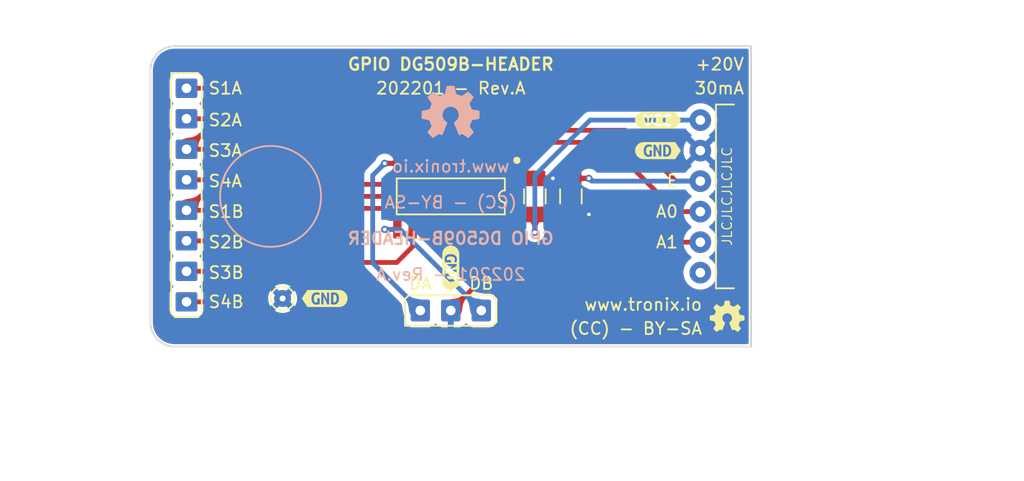
<source format=kicad_pcb>
(kicad_pcb (version 20221018) (generator pcbnew)
  (title_block (title "GPIO - DG509B-HEADER") (date "01/2022") (rev "A"))
  (layers (0 "F.Cu" signal) (31 "B.Cu" signal) (34 "B.Paste" user) (35 "F.Paste" user) (36 "B.SilkS" user "B.Silkscreen") (37 "F.SilkS" user "F.Silkscreen") (38 "B.Mask" user) (39 "F.Mask" user) (44 "Edge.Cuts" user))
  (net 0 "")
  (net 1 "GND")
  (net 2 "+VCC")
  (net 3 "Net-(U1-E)")
  (net 4 "Net-(U1-A0)")
  (net 5 "Net-(U1-A1)")
  (net 7 "Net-(U1-DA)")
  (net 8 "Net-(U1-DB)")
  (net 9 "Net-(K3-Pin_1)")
  (net 10 "Net-(K3-Pin_2)")
  (net 11 "Net-(K3-Pin_3)")
  (net 12 "Net-(K3-Pin_4)")
  (net 13 "Net-(K3-Pin_5)")
  (net 14 "Net-(K3-Pin_6)")
  (net 15 "Net-(K3-Pin_7)")
  (net 16 "Net-(K3-Pin_8)")
  (footprint "tronixio:OSHW-3MM" (layer "F.Cu") (at 172 73.5)
    (fp_text reference "G***" hide)
    (fp_text value "LOGO" hide)
  )
  (footprint "tronixio:HARWIN-M20-999034x" (layer "F.Cu") (at 146.46 73 90)
    (fp_text reference "K2" hide)
    (fp_text value "I/O")
    (pad "1" thru_hole roundrect (at 0 0 90) (size 1.8 1.6) (drill 0.8) (layers "*.Mask" "F.Cu" "In1.Cu" "B.Cu") (roundrect_rratio 0.1) (net 7 "Net-(U1-DA)"))
    (pad "2" thru_hole roundrect (at 0 2.54 90) (size 1.8 1.6) (drill 0.8) (layers "*.Mask" "F.Cu" "In1.Cu" "B.Cu") (roundrect_rratio 0.1) (net 1 "GND"))
    (pad "3" thru_hole roundrect (at 0 5.08 90) (size 1.8 1.6) (drill 0.8) (layers "*.Mask" "F.Cu" "In1.Cu" "B.Cu") (roundrect_rratio 0.1) (net 8 "Net-(U1-DB)"))
  )
  (footprint "tronixio:SOIC-16" (layer "F.Cu") (at 149 63.5 -90)
    (fp_text reference "U1" hide)
    (fp_text value "DG509BEY")
    (pad "1" smd roundrect (at -2.75 -4.445 270) (size 1.5 0.7) (layers "F.Cu" "F.Paste" "F.Mask") (roundrect_rratio 0.1) (net 4 "Net-(U1-A0)"))
    (pad "2" smd roundrect (at -2.75 -3.175 270) (size 1.5 0.7) (layers "F.Cu" "F.Paste" "F.Mask") (roundrect_rratio 0.1) (net 3 "Net-(U1-E)"))
    (pad "3" smd roundrect (at -2.75 -1.905 270) (size 1.5 0.7) (layers "F.Cu" "F.Paste" "F.Mask") (roundrect_rratio 0.1) (net 1 "GND"))
    (pad "4" smd roundrect (at -2.75 -0.635 270) (size 1.5 0.7) (layers "F.Cu" "F.Paste" "F.Mask") (roundrect_rratio 0.1) (net 9 "Net-(K3-Pin_1)"))
    (pad "5" smd roundrect (at -2.75 0.635 270) (size 1.5 0.7) (layers "F.Cu" "F.Paste" "F.Mask") (roundrect_rratio 0.1) (net 10 "Net-(K3-Pin_2)"))
    (pad "6" smd roundrect (at -2.75 1.905 270) (size 1.5 0.7) (layers "F.Cu" "F.Paste" "F.Mask") (roundrect_rratio 0.1) (net 11 "Net-(K3-Pin_3)"))
    (pad "7" smd roundrect (at -2.75 3.175 270) (size 1.5 0.7) (layers "F.Cu" "F.Paste" "F.Mask") (roundrect_rratio 0.1) (net 12 "Net-(K3-Pin_4)"))
    (pad "8" smd roundrect (at -2.75 4.445 270) (size 1.5 0.7) (layers "F.Cu" "F.Paste" "F.Mask") (roundrect_rratio 0.1) (net 7 "Net-(U1-DA)"))
    (pad "9" smd roundrect (at 2.75 4.445 270) (size 1.5 0.7) (layers "F.Cu" "F.Paste" "F.Mask") (roundrect_rratio 0.1) (net 8 "Net-(U1-DB)"))
    (pad "10" smd roundrect (at 2.75 3.175 270) (size 1.5 0.7) (layers "F.Cu" "F.Paste" "F.Mask") (roundrect_rratio 0.1) (net 16 "Net-(K3-Pin_8)"))
    (pad "11" smd roundrect (at 2.75 1.905 270) (size 1.5 0.7) (layers "F.Cu" "F.Paste" "F.Mask") (roundrect_rratio 0.1) (net 15 "Net-(K3-Pin_7)"))
    (pad "12" smd roundrect (at 2.75 0.635 270) (size 1.5 0.7) (layers "F.Cu" "F.Paste" "F.Mask") (roundrect_rratio 0.1) (net 14 "Net-(K3-Pin_6)"))
    (pad "13" smd roundrect (at 2.75 -0.635 270) (size 1.5 0.7) (layers "F.Cu" "F.Paste" "F.Mask") (roundrect_rratio 0.1) (net 13 "Net-(K3-Pin_5)"))
    (pad "14" smd roundrect (at 2.75 -1.905 270) (size 1.5 0.7) (layers "F.Cu" "F.Paste" "F.Mask") (roundrect_rratio 0.1) (net 2 "+VCC"))
    (pad "15" smd roundrect (at 2.75 -3.175 270) (size 1.5 0.7) (layers "F.Cu" "F.Paste" "F.Mask") (roundrect_rratio 0.1) (net 1 "GND"))
    (pad "16" smd roundrect (at 2.75 -4.445 270) (size 1.5 0.7) (layers "F.Cu" "F.Paste" "F.Mask") (roundrect_rratio 0.1) (net 5 "Net-(U1-A1)"))
  )
  (footprint "kibuzzard-62B2FE4D" (layer "F.Cu") (at 166.25 59.69)
    (fp_text reference "kibuzzard-62B2FE4D" hide)
    (fp_text value "G***" hide)
  )
  (footprint "tronixio:KEYSTONE-2000-3" (layer "F.Cu") (at 135 72)
    (fp_text reference "TP1" hide)
    (fp_text value "GND")
    (pad "1" thru_hole circle (at 0 0) (size 1.4 1.4) (drill 0.5) (layers "*.Cu" "*.Mask") (net 1 "GND"))
  )
  (footprint "tronixio:CAPACITOR-SMD-1206" (layer "F.Cu") (at 156 63.5 90)
    (fp_text reference "C1" hide)
    (fp_text value "100n")
    (pad "1" smd roundrect (at -1.5 0 90) (size 1.3 1.75) (layers "F.Cu" "F.Paste" "F.Mask") (roundrect_rratio 0.1) (net 2 "+VCC"))
    (pad "2" smd roundrect (at 1.5 0 90) (size 1.3 1.75) (layers "F.Cu" "F.Paste" "F.Mask") (roundrect_rratio 0.1) (net 1 "GND"))
  )
  (footprint "tronixio:HARWIN-M20-975064x" (layer "F.Cu") (at 169.773 57.15 -90)
    (fp_text reference "K1" hide)
    (fp_text value "GPIO IN")
    (pad "1" thru_hole circle (at 0 0 270) (size 1.8 1.8) (drill 0.8) (layers "*.Cu" "*.Mask") (net 2 "+VCC"))
    (pad "2" thru_hole circle (at 2.54 0 270) (size 1.8 1.8) (drill 0.8) (layers "*.Cu" "*.Mask") (net 1 "GND"))
    (pad "3" thru_hole circle (at 5.08 0 270) (size 1.8 1.8) (drill 0.8) (layers "*.Cu" "*.Mask") (net 3 "Net-(U1-E)"))
    (pad "4" thru_hole circle (at 7.62 0 270) (size 1.8 1.8) (drill 0.8) (layers "*.Cu" "*.Mask") (net 4 "Net-(U1-A0)"))
    (pad "5" thru_hole circle (at 10.16 0 270) (size 1.8 1.8) (drill 0.8) (layers "*.Cu" "*.Mask") (net 5 "Net-(U1-A1)"))
    (pad "6" thru_hole circle (at 12.7 0 270) (size 1.8 1.8) (drill 0.8) (layers "*.Cu" "*.Mask"))
  )
  (footprint "tronixio:RESISTOR-SMD-1206" (layer "F.Cu") (at 159 63.5 -90)
    (fp_text reference "R1" hide)
    (fp_text value "10K")
    (pad "1" smd roundrect (at -1.5 0 270) (size 1.3 1.75) (layers "F.Cu" "F.Paste" "F.Mask") (roundrect_rratio 0.1) (net 3 "Net-(U1-E)"))
    (pad "2" smd roundrect (at 1.5 0 270) (size 1.3 1.75) (layers "F.Cu" "F.Paste" "F.Mask") (roundrect_rratio 0.1) (net 1 "GND"))
  )
  (footprint "tronixio:HARWIN-M20-999084x" (layer "F.Cu") (at 127 54.5)
    (fp_text reference "K3" hide)
    (fp_text value "I/O")
    (pad "1" thru_hole roundrect (at 0 0) (size 1.8 1.6) (drill 0.8) (layers "*.Mask" "F.Cu" "In1.Cu" "B.Cu") (roundrect_rratio 0.1) (net 9 "Net-(K3-Pin_1)"))
    (pad "2" thru_hole roundrect (at 0 2.54) (size 1.8 1.6) (drill 0.8) (layers "*.Mask" "F.Cu" "In1.Cu" "B.Cu") (roundrect_rratio 0.1) (net 10 "Net-(K3-Pin_2)"))
    (pad "3" thru_hole roundrect (at 0 5.08) (size 1.8 1.6) (drill 0.8) (layers "*.Mask" "F.Cu" "In1.Cu" "B.Cu") (roundrect_rratio 0.1) (net 11 "Net-(K3-Pin_3)"))
    (pad "4" thru_hole roundrect (at 0 7.62) (size 1.8 1.6) (drill 0.8) (layers "*.Mask" "F.Cu" "In1.Cu" "B.Cu") (roundrect_rratio 0.1) (net 12 "Net-(K3-Pin_4)"))
    (pad "5" thru_hole roundrect (at 0 10.16) (size 1.8 1.6) (drill 0.8) (layers "*.Mask" "F.Cu" "In1.Cu" "B.Cu") (roundrect_rratio 0.1) (net 13 "Net-(K3-Pin_5)"))
    (pad "6" thru_hole roundrect (at 0 12.7) (size 1.8 1.6) (drill 0.8) (layers "*.Mask" "F.Cu" "In1.Cu" "B.Cu") (roundrect_rratio 0.1) (net 14 "Net-(K3-Pin_6)"))
    (pad "7" thru_hole roundrect (at 0 15.24) (size 1.8 1.6) (drill 0.8) (layers "*.Mask" "F.Cu" "In1.Cu" "B.Cu") (roundrect_rratio 0.1) (net 15 "Net-(K3-Pin_7)"))
    (pad "8" thru_hole roundrect (at 0 17.78) (size 1.8 1.6) (drill 0.8) (layers "*.Mask" "F.Cu" "In1.Cu" "B.Cu") (roundrect_rratio 0.1) (net 16 "Net-(K3-Pin_8)"))
  )
  (footprint "kibuzzard-63494C1C" (layer "F.Cu") (at 138.5 72)
    (fp_text reference "kibuzzard-63494C1C" hide)
    (fp_text value "G***" hide)
  )
  (footprint "kibuzzard-62B2FE4D" (layer "F.Cu") (at 149 69.5 -90)
    (fp_text reference "kibuzzard-62B2FE4D" hide)
    (fp_text value "G***" hide)
  )
  (footprint "kibuzzard-62B2FE3C" (layer "F.Cu") (at 166.25 57.15)
    (fp_text reference "kibuzzard-62B2FE3C" hide)
    (fp_text value "G***" hide)
  )
  (footprint "tronixio:OSHW-5MM" (layer "B.Cu") (at 149 56.5 180)
    (fp_text reference "GT" hide)
    (fp_text value "LOGO" hide)
  )
  (footprint "tronixio:3M-SJ5376" (layer "B.Cu") (at 134 63.5 180)
    (fp_text reference "U2" hide)
    (fp_text value "3M-SJ5376" hide)
  )
  (gr_circle (center 154.5 60.5) (end 154.75 60.5) (stroke (width 0.1)) (fill solid) (layer "F.SilkS"))
  (gr_line (start 174 51) (end 126 51) (stroke (width 0.15)) (layer "Edge.Cuts"))
  (gr_line (start 124 53) (end 124 74) (stroke (width 0.15)) (layer "Edge.Cuts"))
  (gr_line (start 126 76) (end 174 76) (stroke (width 0.15)) (layer "Edge.Cuts"))
  (gr_arc (start 124 53) (mid 124.585786 51.585786) (end 126 51) (stroke (width 0.15)) (layer "Edge.Cuts"))
  (gr_line (start 174 76) (end 174 51) (stroke (width 0.15)) (layer "Edge.Cuts"))
  (gr_arc (start 126 76) (mid 124.585786 75.414214) (end 124 74) (stroke (width 0.15)) (layer "Edge.Cuts"))
  (gr_text "www.tronix.io" (at 149 61) (layer "B.SilkS") (effects (font (size 1 1)) (justify mirror)))
  (gr_text "202201 - Rev.A" (at 149 70) (layer "B.SilkS") (effects (font (size 1 1)) (justify mirror)))
  (gr_text "GPIO DG509B-HEADER" (at 149 67) (layer "B.SilkS") (effects (font (size 1 1) (thickness 0.2)) (justify mirror)))
  (gr_text "(CC) - BY-SA" (at 149 64) (layer "B.SilkS") (effects (font (size 1 1)) (justify mirror)))
  (gr_text "E" (at 168 62.23) (layer "F.SilkS") (effects (font (size 1 1)) (justify right)))
  (gr_text "(CC) - BY-SA" (at 170 74.5) (layer "F.SilkS") (effects (font (size 1 1)) (justify right)))
  (gr_text "JLCJLCJLCJLC" (at 172 63.5 90) (layer "F.SilkS") (effects (font (size 0.8 0.8) (thickness 0.1))))
  (gr_text "S2A" (at 128.75 57.15) (layer "F.SilkS") (effects (font (size 1 1)) (justify left)))
  (gr_text "S4B" (at 128.75 72.28) (layer "F.SilkS") (effects (font (size 1 1)) (justify left)))
  (gr_text "S1B" (at 128.75 64.77) (layer "F.SilkS") (effects (font (size 1 1)) (justify left)))
  (gr_text "DB" (at 151.54 70.75) (layer "F.SilkS") (effects (font (size 1 1))))
  (gr_text "DA" (at 146.46 70.75) (layer "F.SilkS") (effects (font (size 1 1))))
  (gr_text "S4A" (at 128.75 62.23) (layer "F.SilkS") (effects (font (size 1 1)) (justify left)))
  (gr_text "202201 - Rev.A" (at 149 54.5) (layer "F.SilkS") (effects (font (size 1 1))))
  (gr_text "+20V" (at 173.5 52.5) (layer "F.SilkS") (effects (font (size 1 1)) (justify right)))
  (gr_text "GPIO DG509B-HEADER" (at 149 52.5) (layer "F.SilkS") (effects (font (size 1 1) (thickness 0.2))))
  (gr_text "S2B" (at 128.75 67.31) (layer "F.SilkS") (effects (font (size 1 1)) (justify left)))
  (gr_text "A0" (at 168 64.77) (layer "F.SilkS") (effects (font (size 1 1)) (justify right)))
  (gr_text "www.tronix.io" (at 170 72.5) (layer "F.SilkS") (effects (font (size 1 1)) (justify right)))
  (gr_text "S3A" (at 128.75 59.69) (layer "F.SilkS") (effects (font (size 1 1)) (justify left)))
  (gr_text "A1" (at 168 67.31) (layer "F.SilkS") (effects (font (size 1 1)) (justify right)))
  (gr_text "S1A" (at 128.75 54.5) (layer "F.SilkS") (effects (font (size 1 1)) (justify left)))
  (gr_text "S3B" (at 128.75 69.85) (layer "F.SilkS") (effects (font (size 1 1)) (justify left)))
  (gr_text "30mA" (at 173.5 54.5) (layer "F.SilkS") (effects (font (size 1 1)) (justify right)))
  (segment (start 154 62.5) (end 154.5 62) (width 0.4) (layer "F.Cu") (net 1))
  (segment (start 150.905 61.905) (end 151.5 62.5) (width 0.4) (layer "F.Cu") (net 1))
  (segment (start 159 65) (end 160.5 65) (width 0.4) (layer "F.Cu") (net 1))
  (segment (start 149 73) (end 152.175 69.825) (width 0.4) (layer "F.Cu") (net 1))
  (segment (start 154.5 62) (end 156 62) (width 0.4) (layer "F.Cu") (net 1))
  (segment (start 150.905 60.75) (end 150.905 61.905) (width 0.4) (layer "F.Cu") (net 1))
  (segment (start 157.5 62) (end 156 62) (width 0.4) (layer "F.Cu") (net 1))
  (segment (start 152.175 69.825) (end 152.175 66.25) (width 0.4) (layer "F.Cu") (net 1))
  (segment (start 151.5 62.5) (end 154 62.5) (width 0.4) (layer "F.Cu") (net 1))
  (via (at 160.5 65) (size 0.6) (drill 0.3) (layers "F.Cu" "B.Cu") (net 1))
  (via (at 157.5 62) (size 0.6) (drill 0.3) (layers "F.Cu" "B.Cu") (net 1))
  (segment (start 154 64.5) (end 154.5 65) (width 0.4) (layer "F.Cu") (net 2))
  (segment (start 156 66.5) (end 156 65) (width 0.4) (layer "F.Cu") (net 2))
  (segment (start 150.905 65) (end 151.405 64.5) (width 0.4) (layer "F.Cu") (net 2))
  (segment (start 150.905 66.25) (end 150.905 65) (width 0.4) (layer "F.Cu") (net 2))
  (segment (start 151.405 64.5) (end 154 64.5) (width 0.4) (layer "F.Cu") (net 2))
  (segment (start 154.5 65) (end 156 65) (width 0.4) (layer "F.Cu") (net 2))
  (via (at 156 66.5) (size 0.6) (drill 0.3) (layers "F.Cu" "B.Cu") (net 2))
  (segment (start 160.6 57.15) (end 156 61.75) (width 0.4) (layer "B.Cu") (net 2))
  (segment (start 156 61.75) (end 156 66.5) (width 0.4) (layer "B.Cu") (net 2))
  (segment (start 169.773 57.15) (end 160.6 57.15) (width 0.4) (layer "B.Cu") (net 2))
  (segment (start 159 62) (end 160.5 62) (width 0.4) (layer "F.Cu") (net 3))
  (segment (start 152.175 59.325) (end 152.175 60.75) (width 0.4) (layer "F.Cu") (net 3))
  (segment (start 163.5 58) (end 153.5 58) (width 0.4) (layer "F.Cu") (net 3))
  (segment (start 167.73 62.23) (end 163.5 58) (width 0.4) (layer "F.Cu") (net 3))
  (segment (start 153.5 58) (end 152.175 59.325) (width 0.4) (layer "F.Cu") (net 3))
  (segment (start 169.773 62.23) (end 167.73 62.23) (width 0.4) (layer "F.Cu") (net 3))
  (via (at 160.5 62) (size 0.6) (drill 0.3) (layers "F.Cu" "B.Cu") (net 3))
  (segment (start 169.773 62.23) (end 160.73 62.23) (width 0.4) (layer "B.Cu") (net 3))
  (segment (start 160.73 62.23) (end 160.5 62) (width 0.4) (layer "B.Cu") (net 3))
  (segment (start 162 59) (end 154 59) (width 0.4) (layer "F.Cu") (net 4))
  (segment (start 153.445 59.555) (end 153.445 60.75) (width 0.4) (layer "F.Cu") (net 4))
  (segment (start 167.77 64.77) (end 162 59) (width 0.4) (layer "F.Cu") (net 4))
  (segment (start 154 59) (end 153.445 59.555) (width 0.4) (layer "F.Cu") (net 4))
  (segment (start 169.773 64.77) (end 167.77 64.77) (width 0.4) (layer "F.Cu") (net 4))
  (segment (start 156.5 68) (end 154 68) (width 0.4) (layer "F.Cu") (net 5))
  (segment (start 157.19 67.31) (end 156.5 68) (width 0.4) (layer "F.Cu") (net 5))
  (segment (start 169.773 67.31) (end 157.19 67.31) (width 0.4) (layer "F.Cu") (net 5))
  (segment (start 153.445 67.445) (end 153.445 66.25) (width 0.4) (layer "F.Cu") (net 5))
  (segment (start 154 68) (end 153.445 67.445) (width 0.4) (layer "F.Cu") (net 5))
  (segment (start 144.555 60.75) (end 143.5 60.75) (width 0.4) (layer "F.Cu") (net 7))
  (via (at 143.5 60.75) (size 0.6) (drill 0.3) (layers "F.Cu" "B.Cu") (net 7))
  (segment (start 143.5 60.75) (end 142.5 61.75) (width 0.4) (layer "B.Cu") (net 7))
  (segment (start 142.5 69.04) (end 146.46 73) (width 0.4) (layer "B.Cu") (net 7))
  (segment (start 142.5 61.75) (end 142.5 69.04) (width 0.4) (layer "B.Cu") (net 7))
  (segment (start 144.555 66.25) (end 143.5 66.25) (width 0.4) (layer "F.Cu") (net 8))
  (via (at 143.5 66.25) (size 0.6) (drill 0.3) (layers "F.Cu" "B.Cu") (net 8))
  (segment (start 144.79 66.25) (end 151.54 73) (width 0.4) (layer "B.Cu") (net 8))
  (segment (start 143.5 66.25) (end 144.79 66.25) (width 0.4) (layer "B.Cu") (net 8))
  (segment (start 127 54.5) (end 145 54.5) (width 0.4) (layer "F.Cu") (net 9))
  (segment (start 149.635 59.135) (end 149.635 60.75) (width 0.4) (layer "F.Cu") (net 9))
  (segment (start 145 54.5) (end 149.635 59.135) (width 0.4) (layer "F.Cu") (net 9))
  (segment (start 145 56) (end 148.365 59.365) (width 0.4) (layer "F.Cu") (net 10))
  (segment (start 127 57.04) (end 128.96 57.04) (width 0.4) (layer "F.Cu") (net 10))
  (segment (start 128.96 57.04) (end 130 56) (width 0.4) (layer "F.Cu") (net 10))
  (segment (start 148.365 59.365) (end 148.365 60.75) (width 0.4) (layer "F.Cu") (net 10))
  (segment (start 130 56) (end 145 56) (width 0.4) (layer "F.Cu") (net 10))
  (segment (start 131 57.5) (end 145 57.5) (width 0.4) (layer "F.Cu") (net 11))
  (segment (start 127 59.58) (end 128.92 59.58) (width 0.4) (layer "F.Cu") (net 11))
  (segment (start 128.92 59.58) (end 131 57.5) (width 0.4) (layer "F.Cu") (net 11))
  (segment (start 145 57.5) (end 147.095 59.595) (width 0.4) (layer "F.Cu") (net 11))
  (segment (start 147.095 59.595) (end 147.095 60.75) (width 0.4) (layer "F.Cu") (net 11))
  (segment (start 128.88 62.12) (end 132.5 58.5) (width 0.4) (layer "F.Cu") (net 12))
  (segment (start 127 62.12) (end 128.88 62.12) (width 0.4) (layer "F.Cu") (net 12))
  (segment (start 132.5 58.5) (end 144.5 58.5) (width 0.4) (layer "F.Cu") (net 12))
  (segment (start 144.5 58.5) (end 145.825 59.825) (width 0.4) (layer "F.Cu") (net 12))
  (segment (start 145.825 59.825) (end 145.825 60.75) (width 0.4) (layer "F.Cu") (net 12))
  (segment (start 131 62.5) (end 147.5 62.5) (width 0.4) (layer "F.Cu") (net 13))
  (segment (start 128.84 64.66) (end 131 62.5) (width 0.4) (layer "F.Cu") (net 13))
  (segment (start 127 64.66) (end 128.84 64.66) (width 0.4) (layer "F.Cu") (net 13))
  (segment (start 147.5 62.5) (end 149.635 64.635) (width 0.4) (layer "F.Cu") (net 13))
  (segment (start 149.635 64.635) (end 149.635 66.25) (width 0.4) (layer "F.Cu") (net 13))
  (segment (start 132.5 63.5) (end 128.8 67.2) (width 0.4) (layer "F.Cu") (net 14))
  (segment (start 147 63.5) (end 132.5 63.5) (width 0.4) (layer "F.Cu") (net 14))
  (segment (start 148.365 64.865) (end 147 63.5) (width 0.4) (layer "F.Cu") (net 14))
  (segment (start 148.365 66.25) (end 148.365 64.865) (width 0.4) (layer "F.Cu") (net 14))
  (segment (start 128.8 67.2) (end 127 67.2) (width 0.4) (layer "F.Cu") (net 14))
  (segment (start 128.76 69.74) (end 134 64.5) (width 0.4) (layer "F.Cu") (net 15))
  (segment (start 146.5 64.5) (end 147.095 65.095) (width 0.4) (layer "F.Cu") (net 15))
  (segment (start 134 64.5) (end 146.5 64.5) (width 0.4) (layer "F.Cu") (net 15))
  (segment (start 147.095 65.095) (end 147.095 66.25) (width 0.4) (layer "F.Cu") (net 15))
  (segment (start 127 69.74) (end 128.76 69.74) (width 0.4) (layer "F.Cu") (net 15))
  (segment (start 144.5 69) (end 145.825 67.675) (width 0.4) (layer "F.Cu") (net 16))
  (segment (start 127 72.28) (end 128.72 72.28) (width 0.4) (layer "F.Cu") (net 16))
  (segment (start 132 69) (end 144.5 69) (width 0.4) (layer "F.Cu") (net 16))
  (segment (start 128.72 72.28) (end 132 69) (width 0.4) (layer "F.Cu") (net 16))
  (segment (start 145.825 67.675) (end 145.825 66.25) (width 0.4) (layer "F.Cu") (net 16))
  (zone (net 13) (net_name "Net-(K3-Pin_5)") (layer "F.Cu") (priority 16962) (connect_pads yes (clearance 0)) (min_thickness 0.0254) (fill yes (thermal_gap 0.508) (thermal_bridge_width 0.508))
    (polygon (pts (xy 128.124299 63.252858) (xy 127.970476 63.393584) (xy 127.829868 63.496893) (xy 127.698507 63.569728) (xy 127.572425 63.619038) (xy 127.447656 63.651768) (xy 127.320232 63.674864) (xy 127.186186 63.695274) (xy 127.041551 63.719943) (xy 126.882359 63.755818) (xy 126.704643 63.809845) (xy 126.681802 64.978198) (xy 127.850155 64.955357) (xy 127.904181 64.77764) (xy 127.940056 64.618448) (xy 127.964725 64.473813) (xy 127.985135 64.339767) (xy 128.008231 64.212343) (xy 128.040961 64.087574) (xy 128.090271 63.961492) (xy 128.163106 63.830131) (xy 128.266415 63.689523) (xy 128.407142 63.535701)))
  )
  (zone (net 1) (net_name "GND") (layer "F.Cu") (priority 16962) (connect_pads yes (clearance 0)) (min_thickness 0.0254) (fill yes (thermal_gap 0.508) (thermal_bridge_width 0.508))
    (polygon (pts (xy 152.375 66.94) (xy 152.37574 66.863294) (xy 152.378143 66.796785) (xy 152.382483 66.738562) (xy 152.389031 66.686715) (xy 152.398062 66.639334) (xy 152.409847 66.594509) (xy 152.424661 66.550329) (xy 152.442775 66.504885) (xy 152.464464 66.456265) (xy 152.49 66.402561) (xy 152.175 66.075) (xy 151.86 66.402561) (xy 151.885535 66.456265) (xy 151.907224 66.504885) (xy 151.925338 66.550329) (xy 151.940152 66.594509) (xy 151.951937 66.639334) (xy 151.960968 66.686715) (xy 151.967516 66.738562) (xy 151.971856 66.796785) (xy 151.974259 66.863294) (xy 151.975 66.94)))
  )
  (zone (net 16) (net_name "Net-(K3-Pin_8)") (layer "F.Cu") (priority 16962) (connect_pads yes (clearance 0)) (min_thickness 0.0254) (fill yes (thermal_gap 0.508) (thermal_bridge_width 0.508))
    (polygon (pts (xy 146.025 66.94) (xy 146.02574 66.863294) (xy 146.028143 66.796785) (xy 146.032483 66.738562) (xy 146.039031 66.686715) (xy 146.048062 66.639334) (xy 146.059847 66.594509) (xy 146.074661 66.550329) (xy 146.092775 66.504885) (xy 146.114464 66.456265) (xy 146.14 66.402561) (xy 145.825 66.075) (xy 145.51 66.402561) (xy 145.535535 66.456265) (xy 145.557224 66.504885) (xy 145.575338 66.550329) (xy 145.590152 66.594509) (xy 145.601937 66.639334) (xy 145.610968 66.686715) (xy 145.617516 66.738562) (xy 145.621856 66.796785) (xy 145.624259 66.863294) (xy 145.625 66.94)))
  )
  (zone (net 11) (net_name "Net-(K3-Pin_3)") (layer "F.Cu") (priority 16962) (connect_pads yes (clearance 0)) (min_thickness 0.0254) (fill yes (thermal_gap 0.508) (thermal_bridge_width 0.508))
    (polygon (pts (xy 146.895 60.06) (xy 146.894259 60.136705) (xy 146.891856 60.203214) (xy 146.887516 60.261437) (xy 146.880968 60.313284) (xy 146.871937 60.360665) (xy 146.860152 60.40549) (xy 146.845338 60.44967) (xy 146.827224 60.495114) (xy 146.805535 60.543734) (xy 146.78 60.597439) (xy 147.095 60.925) (xy 147.41 60.597439) (xy 147.384464 60.543734) (xy 147.362775 60.495114) (xy 147.344661 60.44967) (xy 147.329847 60.40549) (xy 147.318062 60.360665) (xy 147.309031 60.313284) (xy 147.302483 60.261437) (xy 147.298143 60.203214) (xy 147.29574 60.136705) (xy 147.295 60.06)))
  )
  (zone (net 2) (net_name "+VCC") (layer "F.Cu") (priority 16962) (connect_pads yes (clearance 0)) (min_thickness 0.0254) (fill yes (thermal_gap 0.508) (thermal_bridge_width 0.508))
    (polygon (pts (xy 154.71 65.2) (xy 154.857933 65.205353) (xy 154.981793 65.220747) (xy 155.086667 65.245177) (xy 155.177644 65.277641) (xy 155.259815 65.317137) (xy 155.338267 65.362662) (xy 155.41809 65.413213) (xy 155.504372 65.467788) (xy 155.602203 65.525384) (xy 155.716672 65.585) (xy 156.325 65) (xy 155.716672 64.415) (xy 155.602203 64.474615) (xy 155.504372 64.532211) (xy 155.41809 64.586786) (xy 155.338267 64.637337) (xy 155.259815 64.682862) (xy 155.177644 64.722358) (xy 155.086667 64.754822) (xy 154.981793 64.779252) (xy 154.857933 64.794646) (xy 154.71 64.8)))
  )
  (zone (net 2) (net_name "+VCC") (layer "F.Cu") (priority 16962) (connect_pads yes (clearance 0)) (min_thickness 0.0254) (fill yes (thermal_gap 0.508) (thermal_bridge_width 0.508))
    (polygon (pts (xy 150.705 65.56) (xy 150.704259 65.636705) (xy 150.701856 65.703214) (xy 150.697516 65.761437) (xy 150.690968 65.813284) (xy 150.681937 65.860665) (xy 150.670152 65.90549) (xy 150.655338 65.94967) (xy 150.637224 65.995114) (xy 150.615535 66.043734) (xy 150.59 66.097439) (xy 150.905 66.425) (xy 151.22 66.097439) (xy 151.194464 66.043734) (xy 151.172775 65.995114) (xy 151.154661 65.94967) (xy 151.139847 65.90549) (xy 151.128062 65.860665) (xy 151.119031 65.813284) (xy 151.112483 65.761437) (xy 151.108143 65.703214) (xy 151.10574 65.636705) (xy 151.105 65.56)))
  )
  (zone (net 9) (net_name "Net-(K3-Pin_1)") (layer "F.Cu") (priority 16962) (connect_pads yes (clearance 0)) (min_thickness 0.0254) (fill yes (thermal_gap 0.508) (thermal_bridge_width 0.508))
    (polygon (pts (xy 149.435 60.06) (xy 149.434259 60.136705) (xy 149.431856 60.203214) (xy 149.427516 60.261437) (xy 149.420968 60.313284) (xy 149.411937 60.360665) (xy 149.400152 60.40549) (xy 149.385338 60.44967) (xy 149.367224 60.495114) (xy 149.345535 60.543734) (xy 149.32 60.597439) (xy 149.635 60.925) (xy 149.95 60.597439) (xy 149.924464 60.543734) (xy 149.902775 60.495114) (xy 149.884661 60.44967) (xy 149.869847 60.40549) (xy 149.858062 60.360665) (xy 149.849031 60.313284) (xy 149.842483 60.261437) (xy 149.838143 60.203214) (xy 149.83574 60.136705) (xy 149.835 60.06)))
  )
  (zone (net 5) (net_name "Net-(U1-A1)") (layer "F.Cu") (priority 16962) (connect_pads yes (clearance 0)) (min_thickness 0.0254) (fill yes (thermal_gap 0.508) (thermal_bridge_width 0.508))
    (polygon (pts (xy 153.645 66.94) (xy 153.64574 66.863294) (xy 153.648143 66.796785) (xy 153.652483 66.738562) (xy 153.659031 66.686715) (xy 153.668062 66.639334) (xy 153.679847 66.594509) (xy 153.694661 66.550329) (xy 153.712775 66.504885) (xy 153.734464 66.456265) (xy 153.76 66.402561) (xy 153.445 66.075) (xy 153.13 66.402561) (xy 153.155535 66.456265) (xy 153.177224 66.504885) (xy 153.195338 66.550329) (xy 153.210152 66.594509) (xy 153.221937 66.639334) (xy 153.230968 66.686715) (xy 153.237516 66.738562) (xy 153.241856 66.796785) (xy 153.244259 66.863294) (xy 153.245 66.94)))
  )
  (zone (net 10) (net_name "Net-(K3-Pin_2)") (layer "F.Cu") (priority 16962) (connect_pads yes (clearance 0)) (min_thickness 0.0254) (fill yes (thermal_gap 0.508) (thermal_bridge_width 0.508))
    (polygon (pts (xy 148.165 60.06) (xy 148.164259 60.136705) (xy 148.161856 60.203214) (xy 148.157516 60.261437) (xy 148.150968 60.313284) (xy 148.141937 60.360665) (xy 148.130152 60.40549) (xy 148.115338 60.44967) (xy 148.097224 60.495114) (xy 148.075535 60.543734) (xy 148.05 60.597439) (xy 148.365 60.925) (xy 148.68 60.597439) (xy 148.654464 60.543734) (xy 148.632775 60.495114) (xy 148.614661 60.44967) (xy 148.599847 60.40549) (xy 148.588062 60.360665) (xy 148.579031 60.313284) (xy 148.572483 60.261437) (xy 148.568143 60.203214) (xy 148.56574 60.136705) (xy 148.565 60.06)))
  )
  (zone (net 3) (net_name "Net-(U1-E)") (layer "F.Cu") (priority 16962) (connect_pads yes (clearance 0)) (min_thickness 0.0254) (fill yes (thermal_gap 0.508) (thermal_bridge_width 0.508))
    (polygon (pts (xy 151.975 60.06) (xy 151.974259 60.136705) (xy 151.971856 60.203214) (xy 151.967516 60.261437) (xy 151.960968 60.313284) (xy 151.951937 60.360665) (xy 151.940152 60.40549) (xy 151.925338 60.44967) (xy 151.907224 60.495114) (xy 151.885535 60.543734) (xy 151.86 60.597439) (xy 152.175 60.925) (xy 152.49 60.597439) (xy 152.464464 60.543734) (xy 152.442775 60.495114) (xy 152.424661 60.44967) (xy 152.409847 60.40549) (xy 152.398062 60.360665) (xy 152.389031 60.313284) (xy 152.382483 60.261437) (xy 152.378143 60.203214) (xy 152.37574 60.136705) (xy 152.375 60.06)))
  )
  (zone (net 13) (net_name "Net-(K3-Pin_5)") (layer "F.Cu") (priority 16962) (connect_pads yes (clearance 0)) (min_thickness 0.0254) (fill yes (thermal_gap 0.508) (thermal_bridge_width 0.508))
    (polygon (pts (xy 149.435 65.56) (xy 149.434259 65.636705) (xy 149.431856 65.703214) (xy 149.427516 65.761437) (xy 149.420968 65.813284) (xy 149.411937 65.860665) (xy 149.400152 65.90549) (xy 149.385338 65.94967) (xy 149.367224 65.995114) (xy 149.345535 66.043734) (xy 149.32 66.097439) (xy 149.635 66.425) (xy 149.95 66.097439) (xy 149.924464 66.043734) (xy 149.902775 65.995114) (xy 149.884661 65.94967) (xy 149.869847 65.90549) (xy 149.858062 65.860665) (xy 149.849031 65.813284) (xy 149.842483 65.761437) (xy 149.838143 65.703214) (xy 149.83574 65.636705) (xy 149.835 65.56)))
  )
  (zone (net 8) (net_name "Net-(U1-DB)") (layer "F.Cu") (priority 16962) (connect_pads yes (clearance 0)) (min_thickness 0.0254) (fill yes (thermal_gap 0.508) (thermal_bridge_width 0.508))
    (polygon (pts (xy 144.09 66.05) (xy 144.02465 66.049953) (xy 143.967095 66.049523) (xy 143.916031 66.048274) (xy 143.870152 66.04577) (xy 143.828155 66.041576) (xy 143.788737 66.035255) (xy 143.750593 66.026373) (xy 143.712419 66.014494) (xy 143.672911 65.999181) (xy 143.630766 65.98) (xy 143.35 66.25) (xy 143.630766 66.52) (xy 143.672911 66.500818) (xy 143.712419 66.485505) (xy 143.750593 66.473626) (xy 143.788737 66.464744) (xy 143.828155 66.458423) (xy 143.870152 66.454229) (xy 143.916031 66.451725) (xy 143.967095 66.450476) (xy 144.02465 66.450046) (xy 144.09 66.45)))
  )
  (zone (net 1) (net_name "GND") (layer "F.Cu") (priority 16962) (connect_pads yes (clearance 0)) (min_thickness 0.0254) (fill yes (thermal_gap 0.508) (thermal_bridge_width 0.508))
    (polygon (pts (xy 159.91 65.2) (xy 159.975349 65.200046) (xy 160.032904 65.200476) (xy 160.083968 65.201725) (xy 160.129847 65.204229) (xy 160.171844 65.208423) (xy 160.211262 65.214744) (xy 160.249406 65.223626) (xy 160.28758 65.235505) (xy 160.327088 65.250818) (xy 160.369234 65.27) (xy 160.65 65) (xy 160.369234 64.73) (xy 160.327088 64.749181) (xy 160.28758 64.764494) (xy 160.249406 64.776373) (xy 160.211262 64.785255) (xy 160.171844 64.791576) (xy 160.129847 64.79577) (xy 160.083968 64.798274) (xy 160.032904 64.799523) (xy 159.975349 64.799953) (xy 159.91 64.8)))
  )
  (zone (net 11) (net_name "Net-(K3-Pin_3)") (layer "F.Cu") (priority 16962) (connect_pads yes (clearance 0)) (min_thickness 0.0254) (fill yes (thermal_gap 0.508) (thermal_bridge_width 0.508))
    (polygon (pts (xy 128.124299 58.172858) (xy 127.970476 58.313584) (xy 127.829868 58.416893) (xy 127.698507 58.489728) (xy 127.572425 58.539038) (xy 127.447656 58.571768) (xy 127.320232 58.594864) (xy 127.186186 58.615274) (xy 127.041551 58.639943) (xy 126.882359 58.675818) (xy 126.704643 58.729845) (xy 126.681802 59.898198) (xy 127.850155 59.875357) (xy 127.904181 59.69764) (xy 127.940056 59.538448) (xy 127.964725 59.393813) (xy 127.985135 59.259767) (xy 128.008231 59.132343) (xy 128.040961 59.007574) (xy 128.090271 58.881492) (xy 128.163106 58.750131) (xy 128.266415 58.609523) (xy 128.407142 58.455701)))
  )
  (zone (net 1) (net_name "GND") (layer "F.Cu") (priority 16962) (connect_pads yes (clearance 0)) (min_thickness 0.0254) (fill yes (thermal_gap 0.508) (thermal_bridge_width 0.508))
    (polygon (pts (xy 157.29 61.8) (xy 157.142066 61.794646) (xy 157.018206 61.779252) (xy 156.913332 61.754822) (xy 156.822355 61.722358) (xy 156.740184 61.682862) (xy 156.661732 61.637337) (xy 156.581909 61.586786) (xy 156.495627 61.532211) (xy 156.397796 61.474615) (xy 156.283328 61.415) (xy 155.675 62) (xy 156.283328 62.585) (xy 156.397796 62.525384) (xy 156.495627 62.467788) (xy 156.581909 62.413213) (xy 156.661732 62.362662) (xy 156.740184 62.317137) (xy 156.822355 62.277641) (xy 156.913332 62.245177) (xy 157.018206 62.220747) (xy 157.142066 62.205353) (xy 157.29 62.2)))
  )
  (zone (net 3) (net_name "Net-(U1-E)") (layer "F.Cu") (priority 16962) (connect_pads yes (clearance 0)) (min_thickness 0.0254) (fill yes (thermal_gap 0.508) (thermal_bridge_width 0.508))
    (polygon (pts (xy 160.29 61.8) (xy 160.142066 61.794646) (xy 160.018206 61.779252) (xy 159.913332 61.754822) (xy 159.822355 61.722358) (xy 159.740184 61.682862) (xy 159.661732 61.637337) (xy 159.581909 61.586786) (xy 159.495627 61.532211) (xy 159.397796 61.474615) (xy 159.283328 61.415) (xy 158.675 62) (xy 159.283328 62.585) (xy 159.397796 62.525384) (xy 159.495627 62.467788) (xy 159.581909 62.413213) (xy 159.661732 62.362662) (xy 159.740184 62.317137) (xy 159.822355 62.277641) (xy 159.913332 62.245177) (xy 160.018206 62.220747) (xy 160.142066 62.205353) (xy 160.29 62.2)))
  )
  (zone (net 4) (net_name "Net-(U1-A0)") (layer "F.Cu") (priority 16962) (connect_pads yes (clearance 0)) (min_thickness 0.0254) (fill yes (thermal_gap 0.508) (thermal_bridge_width 0.508))
    (polygon (pts (xy 153.245 60.06) (xy 153.244259 60.136705) (xy 153.241856 60.203214) (xy 153.237516 60.261437) (xy 153.230968 60.313284) (xy 153.221937 60.360665) (xy 153.210152 60.40549) (xy 153.195338 60.44967) (xy 153.177224 60.495114) (xy 153.155535 60.543734) (xy 153.13 60.597439) (xy 153.445 60.925) (xy 153.76 60.597439) (xy 153.734464 60.543734) (xy 153.712775 60.495114) (xy 153.694661 60.44967) (xy 153.679847 60.40549) (xy 153.668062 60.360665) (xy 153.659031 60.313284) (xy 153.652483 60.261437) (xy 153.648143 60.203214) (xy 153.64574 60.136705) (xy 153.645 60.06)))
  )
  (zone (net 1) (net_name "GND") (layer "F.Cu") (priority 16962) (connect_pads yes (clearance 0)) (min_thickness 0.0254) (fill yes (thermal_gap 0.508) (thermal_bridge_width 0.508))
    (polygon (pts (xy 150.124299 71.592858) (xy 149.970476 71.733584) (xy 149.829868 71.836893) (xy 149.698507 71.909728) (xy 149.572425 71.959038) (xy 149.447656 71.991768) (xy 149.320232 72.014864) (xy 149.186186 72.035274) (xy 149.041551 72.059943) (xy 148.882359 72.095818) (xy 148.704643 72.149845) (xy 148.681802 73.318198) (xy 149.850155 73.295357) (xy 149.904181 73.11764) (xy 149.940056 72.958448) (xy 149.964725 72.813813) (xy 149.985135 72.679767) (xy 150.008231 72.552343) (xy 150.040961 72.427574) (xy 150.090271 72.301492) (xy 150.163106 72.170131) (xy 150.266415 72.029523) (xy 150.407142 71.875701)))
  )
  (zone (net 1) (net_name "GND") (layer "F.Cu") (priority 16962) (connect_pads yes (clearance 0)) (min_thickness 0.0254) (fill yes (thermal_gap 0.508) (thermal_bridge_width 0.508))
    (polygon (pts (xy 160.29 64.8) (xy 160.142066 64.794646) (xy 160.018206 64.779252) (xy 159.913332 64.754822) (xy 159.822355 64.722358) (xy 159.740184 64.682862) (xy 159.661732 64.637337) (xy 159.581909 64.586786) (xy 159.495627 64.532211) (xy 159.397796 64.474615) (xy 159.283328 64.415) (xy 158.675 65) (xy 159.283328 65.585) (xy 159.397796 65.525384) (xy 159.495627 65.467788) (xy 159.581909 65.413213) (xy 159.661732 65.362662) (xy 159.740184 65.317137) (xy 159.822355 65.277641) (xy 159.913332 65.245177) (xy 160.018206 65.220747) (xy 160.142066 65.205353) (xy 160.29 65.2)))
  )
  (zone (net 1) (net_name "GND") (layer "F.Cu") (priority 16962) (connect_pads yes (clearance 0)) (min_thickness 0.0254) (fill yes (thermal_gap 0.508) (thermal_bridge_width 0.508))
    (polygon (pts (xy 156.91 62.2) (xy 156.975349 62.200046) (xy 157.032904 62.200476) (xy 157.083968 62.201725) (xy 157.129847 62.204229) (xy 157.171844 62.208423) (xy 157.211262 62.214744) (xy 157.249406 62.223626) (xy 157.28758 62.235505) (xy 157.327088 62.250818) (xy 157.369234 62.27) (xy 157.65 62) (xy 157.369234 61.73) (xy 157.327088 61.749181) (xy 157.28758 61.764494) (xy 157.249406 61.776373) (xy 157.211262 61.785255) (xy 157.171844 61.791576) (xy 157.129847 61.79577) (xy 157.083968 61.798274) (xy 157.032904 61.799523) (xy 156.975349 61.799953) (xy 156.91 61.8)))
  )
  (zone (net 8) (net_name "Net-(U1-DB)") (layer "F.Cu") (priority 16962) (connect_pads yes (clearance 0)) (min_thickness 0.0254) (fill yes (thermal_gap 0.508) (thermal_bridge_width 0.508))
    (polygon (pts (xy 143.865 66.45) (xy 143.941705 66.45074) (xy 144.008214 66.453143) (xy 144.066437 66.457483) (xy 144.118284 66.464031) (xy 144.165665 66.473062) (xy 144.21049 66.484847) (xy 144.25467 66.499661) (xy 144.300114 66.517775) (xy 144.348734 66.539464) (xy 144.402439 66.565) (xy 144.73 66.25) (xy 144.402439 65.935) (xy 144.348734 65.960535) (xy 144.300114 65.982224) (xy 144.25467 66.000338) (xy 144.21049 66.015152) (xy 144.165665 66.026937) (xy 144.118284 66.035968) (xy 144.066437 66.042516) (xy 144.008214 66.046856) (xy 143.941705 66.049259) (xy 143.865 66.05)))
  )
  (zone (net 15) (net_name "Net-(K3-Pin_7)") (layer "F.Cu") (priority 16962) (connect_pads yes (clearance 0)) (min_thickness 0.0254) (fill yes (thermal_gap 0.508) (thermal_bridge_width 0.508))
    (polygon (pts (xy 146.895 65.56) (xy 146.894259 65.636705) (xy 146.891856 65.703214) (xy 146.887516 65.761437) (xy 146.880968 65.813284) (xy 146.871937 65.860665) (xy 146.860152 65.90549) (xy 146.845338 65.94967) (xy 146.827224 65.995114) (xy 146.805535 66.043734) (xy 146.78 66.097439) (xy 147.095 66.425) (xy 147.41 66.097439) (xy 147.384464 66.043734) (xy 147.362775 65.995114) (xy 147.344661 65.94967) (xy 147.329847 65.90549) (xy 147.318062 65.860665) (xy 147.309031 65.813284) (xy 147.302483 65.761437) (xy 147.298143 65.703214) (xy 147.29574 65.636705) (xy 147.295 65.56)))
  )
  (zone (net 2) (net_name "+VCC") (layer "F.Cu") (priority 16962) (connect_pads yes (clearance 0)) (min_thickness 0.0254) (fill yes (thermal_gap 0.508) (thermal_bridge_width 0.508))
    (polygon (pts (xy 155.8 65.91) (xy 155.799953 65.975349) (xy 155.799523 66.032904) (xy 155.798274 66.083968) (xy 155.79577 66.129847) (xy 155.791576 66.171844) (xy 155.785255 66.211262) (xy 155.776373 66.249406) (xy 155.764494 66.28758) (xy 155.749181 66.327088) (xy 155.73 66.369234) (xy 156 66.65) (xy 156.27 66.369234) (xy 156.250818 66.327088) (xy 156.235505 66.28758) (xy 156.223626 66.249406) (xy 156.214744 66.211262) (xy 156.208423 66.171844) (xy 156.204229 66.129847) (xy 156.201725 66.083968) (xy 156.200476 66.032904) (xy 156.200046 65.975349) (xy 156.2 65.91)))
  )
  (zone (net 7) (net_name "Net-(U1-DA)") (layer "F.Cu") (priority 16962) (connect_pads yes (clearance 0)) (min_thickness 0.0254) (fill yes (thermal_gap 0.508) (thermal_bridge_width 0.508))
    (polygon (pts (xy 144.09 60.55) (xy 144.02465 60.549953) (xy 143.967095 60.549523) (xy 143.916031 60.548274) (xy 143.870152 60.54577) (xy 143.828155 60.541576) (xy 143.788737 60.535255) (xy 143.750593 60.526373) (xy 143.712419 60.514494) (xy 143.672911 60.499181) (xy 143.630766 60.48) (xy 143.35 60.75) (xy 143.630766 61.02) (xy 143.672911 61.000818) (xy 143.712419 60.985505) (xy 143.750593 60.973626) (xy 143.788737 60.964744) (xy 143.828155 60.958423) (xy 143.870152 60.954229) (xy 143.916031 60.951725) (xy 143.967095 60.950476) (xy 144.02465 60.950046) (xy 144.09 60.95)))
  )
  (zone (net 12) (net_name "Net-(K3-Pin_4)") (layer "F.Cu") (priority 16962) (connect_pads yes (clearance 0)) (min_thickness 0.0254) (fill yes (thermal_gap 0.508) (thermal_bridge_width 0.508))
    (polygon (pts (xy 145.625 60.06) (xy 145.624259 60.136705) (xy 145.621856 60.203214) (xy 145.617516 60.261437) (xy 145.610968 60.313284) (xy 145.601937 60.360665) (xy 145.590152 60.40549) (xy 145.575338 60.44967) (xy 145.557224 60.495114) (xy 145.535535 60.543734) (xy 145.51 60.597439) (xy 145.825 60.925) (xy 146.14 60.597439) (xy 146.114464 60.543734) (xy 146.092775 60.495114) (xy 146.074661 60.44967) (xy 146.059847 60.40549) (xy 146.048062 60.360665) (xy 146.039031 60.313284) (xy 146.032483 60.261437) (xy 146.028143 60.203214) (xy 146.02574 60.136705) (xy 146.025 60.06)))
  )
  (zone (net 1) (net_name "GND") (layer "F.Cu") (priority 16962) (connect_pads yes (clearance 0)) (min_thickness 0.0254) (fill yes (thermal_gap 0.508) (thermal_bridge_width 0.508))
    (polygon (pts (xy 151.105 61.44) (xy 151.10574 61.363294) (xy 151.108143 61.296785) (xy 151.112483 61.238562) (xy 151.119031 61.186715) (xy 151.128062 61.139334) (xy 151.139847 61.094509) (xy 151.154661 61.050329) (xy 151.172775 61.004885) (xy 151.194464 60.956265) (xy 151.22 60.902561) (xy 150.905 60.575) (xy 150.59 60.902561) (xy 150.615535 60.956265) (xy 150.637224 61.004885) (xy 150.655338 61.050329) (xy 150.670152 61.094509) (xy 150.681937 61.139334) (xy 150.690968 61.186715) (xy 150.697516 61.238562) (xy 150.701856 61.296785) (xy 150.704259 61.363294) (xy 150.705 61.44)))
  )
  (zone (net 14) (net_name "Net-(K3-Pin_6)") (layer "F.Cu") (priority 16962) (connect_pads yes (clearance 0)) (min_thickness 0.0254) (fill yes (thermal_gap 0.508) (thermal_bridge_width 0.508))
    (polygon (pts (xy 148.165 65.56) (xy 148.164259 65.636705) (xy 148.161856 65.703214) (xy 148.157516 65.761437) (xy 148.150968 65.813284) (xy 148.141937 65.860665) (xy 148.130152 65.90549) (xy 148.115338 65.94967) (xy 148.097224 65.995114) (xy 148.075535 66.043734) (xy 148.05 66.097439) (xy 148.365 66.425) (xy 148.68 66.097439) (xy 148.654464 66.043734) (xy 148.632775 65.995114) (xy 148.614661 65.94967) (xy 148.599847 65.90549) (xy 148.588062 65.860665) (xy 148.579031 65.813284) (xy 148.572483 65.761437) (xy 148.568143 65.703214) (xy 148.56574 65.636705) (xy 148.565 65.56)))
  )
  (zone (net 2) (net_name "+VCC") (layer "F.Cu") (priority 16962) (connect_pads yes (clearance 0)) (min_thickness 0.0254) (fill yes (thermal_gap 0.508) (thermal_bridge_width 0.508))
    (polygon (pts (xy 156.2 66.29) (xy 156.205353 66.142066) (xy 156.220747 66.018206) (xy 156.245177 65.913332) (xy 156.277641 65.822355) (xy 156.317137 65.740184) (xy 156.362662 65.661732) (xy 156.413213 65.581909) (xy 156.467788 65.495627) (xy 156.525384 65.397796) (xy 156.585 65.283328) (xy 156 64.675) (xy 155.415 65.283328) (xy 155.474615 65.397796) (xy 155.532211 65.495627) (xy 155.586786 65.581909) (xy 155.637337 65.661732) (xy 155.682862 65.740184) (xy 155.722358 65.822355) (xy 155.754822 65.913332) (xy 155.779252 66.018206) (xy 155.794646 66.142066) (xy 155.8 66.29)))
  )
  (zone (net 1) (net_name "GND") (layer "F.Cu") (priority 16962) (connect_pads yes (clearance 0)) (min_thickness 0.0254) (fill yes (thermal_gap 0.508) (thermal_bridge_width 0.508))
    (polygon (pts (xy 154.71 62.2) (xy 154.857933 62.205353) (xy 154.981793 62.220747) (xy 155.086667 62.245177) (xy 155.177644 62.277641) (xy 155.259815 62.317137) (xy 155.338267 62.362662) (xy 155.41809 62.413213) (xy 155.504372 62.467788) (xy 155.602203 62.525384) (xy 155.716672 62.585) (xy 156.325 62) (xy 155.716672 61.415) (xy 155.602203 61.474615) (xy 155.504372 61.532211) (xy 155.41809 61.586786) (xy 155.338267 61.637337) (xy 155.259815 61.682862) (xy 155.177644 61.722358) (xy 155.086667 61.754822) (xy 154.981793 61.779252) (xy 154.857933 61.794646) (xy 154.71 61.8)))
  )
  (zone (net 3) (net_name "Net-(U1-E)") (layer "F.Cu") (priority 16962) (connect_pads yes (clearance 0)) (min_thickness 0.0254) (fill yes (thermal_gap 0.508) (thermal_bridge_width 0.508))
    (polygon (pts (xy 159.91 62.2) (xy 159.975349 62.200046) (xy 160.032904 62.200476) (xy 160.083968 62.201725) (xy 160.129847 62.204229) (xy 160.171844 62.208423) (xy 160.211262 62.214744) (xy 160.249406 62.223626) (xy 160.28758 62.235505) (xy 160.327088 62.250818) (xy 160.369234 62.27) (xy 160.65 62) (xy 160.369234 61.73) (xy 160.327088 61.749181) (xy 160.28758 61.764494) (xy 160.249406 61.776373) (xy 160.211262 61.785255) (xy 160.171844 61.791576) (xy 160.129847 61.79577) (xy 160.083968 61.798274) (xy 160.032904 61.799523) (xy 159.975349 61.799953) (xy 159.91 61.8)))
  )
  (zone (net 7) (net_name "Net-(U1-DA)") (layer "F.Cu") (priority 16962) (connect_pads yes (clearance 0)) (min_thickness 0.0254) (fill yes (thermal_gap 0.508) (thermal_bridge_width 0.508))
    (polygon (pts (xy 143.865 60.95) (xy 143.941705 60.95074) (xy 144.008214 60.953143) (xy 144.066437 60.957483) (xy 144.118284 60.964031) (xy 144.165665 60.973062) (xy 144.21049 60.984847) (xy 144.25467 60.999661) (xy 144.300114 61.017775) (xy 144.348734 61.039464) (xy 144.402439 61.065) (xy 144.73 60.75) (xy 144.402439 60.435) (xy 144.348734 60.460535) (xy 144.300114 60.482224) (xy 144.25467 60.500338) (xy 144.21049 60.515152) (xy 144.165665 60.526937) (xy 144.118284 60.535968) (xy 144.066437 60.542516) (xy 144.008214 60.546856) (xy 143.941705 60.549259) (xy 143.865 60.55)))
  )
  (zone (net 1) (net_name "GND") (layer "B.Cu") (connect_pads (clearance 0.5)) (min_thickness 0.25) (fill yes (thermal_gap 0.5) (thermal_bridge_width 0.5))
    (polygon (pts (xy 174 76) (xy 124 76) (xy 124 51) (xy 174 51)))
  )
  (zone (net 7) (net_name "Net-(U1-DA)") (layer "B.Cu") (priority 16962) (connect_pads yes (clearance 0)) (min_thickness 0.0254) (fill yes (thermal_gap 0.508) (thermal_bridge_width 0.508))
    (polygon (pts (xy 145.052858 71.875701) (xy 145.193584 72.029523) (xy 145.296893 72.170131) (xy 145.369728 72.301492) (xy 145.419038 72.427574) (xy 145.451768 72.552343) (xy 145.474864 72.679767) (xy 145.495274 72.813813) (xy 145.519943 72.958448) (xy 145.555818 73.11764) (xy 145.609845 73.295357) (xy 146.778198 73.318198) (xy 146.755357 72.149845) (xy 146.57764 72.095818) (xy 146.418448 72.059943) (xy 146.273813 72.035274) (xy 146.139767 72.014864) (xy 146.012343 71.991768) (xy 145.887574 71.959038) (xy 145.761492 71.909728) (xy 145.630131 71.836893) (xy 145.489523 71.733584) (xy 145.335701 71.592858)))
  )
  (zone (net 2) (net_name "+VCC") (layer "B.Cu") (priority 16962) (connect_pads yes (clearance 0)) (min_thickness 0.0254) (fill yes (thermal_gap 0.508) (thermal_bridge_width 0.508))
    (polygon (pts (xy 155.8 65.91) (xy 155.799953 65.975349) (xy 155.799523 66.032904) (xy 155.798274 66.083968) (xy 155.79577 66.129847) (xy 155.791576 66.171844) (xy 155.785255 66.211262) (xy 155.776373 66.249406) (xy 155.764494 66.28758) (xy 155.749181 66.327088) (xy 155.73 66.369234) (xy 156 66.65) (xy 156.27 66.369234) (xy 156.250818 66.327088) (xy 156.235505 66.28758) (xy 156.223626 66.249406) (xy 156.214744 66.211262) (xy 156.208423 66.171844) (xy 156.204229 66.129847) (xy 156.201725 66.083968) (xy 156.200476 66.032904) (xy 156.200046 65.975349) (xy 156.2 65.91)))
  )
  (zone (net 8) (net_name "Net-(U1-DB)") (layer "B.Cu") (priority 16962) (connect_pads yes (clearance 0)) (min_thickness 0.0254) (fill yes (thermal_gap 0.508) (thermal_bridge_width 0.508))
    (polygon (pts (xy 150.132858 71.875701) (xy 150.273584 72.029523) (xy 150.376893 72.170131) (xy 150.449728 72.301492) (xy 150.499038 72.427574) (xy 150.531768 72.552343) (xy 150.554864 72.679767) (xy 150.575274 72.813813) (xy 150.599943 72.958448) (xy 150.635818 73.11764) (xy 150.689845 73.295357) (xy 151.858198 73.318198) (xy 151.835357 72.149845) (xy 151.65764 72.095818) (xy 151.498448 72.059943) (xy 151.353813 72.035274) (xy 151.219767 72.014864) (xy 151.092343 71.991768) (xy 150.967574 71.959038) (xy 150.841492 71.909728) (xy 150.710131 71.836893) (xy 150.569523 71.733584) (xy 150.415701 71.592858)))
  )
  (zone (net 8) (net_name "Net-(U1-DB)") (layer "B.Cu") (priority 16962) (connect_pads yes (clearance 0)) (min_thickness 0.0254) (fill yes (thermal_gap 0.508) (thermal_bridge_width 0.508))
    (polygon (pts (xy 144.09 66.05) (xy 144.02465 66.049953) (xy 143.967095 66.049523) (xy 143.916031 66.048274) (xy 143.870152 66.04577) (xy 143.828155 66.041576) (xy 143.788737 66.035255) (xy 143.750593 66.026373) (xy 143.712419 66.014494) (xy 143.672911 65.999181) (xy 143.630766 65.98) (xy 143.35 66.25) (xy 143.630766 66.52) (xy 143.672911 66.500818) (xy 143.712419 66.485505) (xy 143.750593 66.473626) (xy 143.788737 66.464744) (xy 143.828155 66.458423) (xy 143.870152 66.454229) (xy 143.916031 66.451725) (xy 143.967095 66.450476) (xy 144.02465 66.450046) (xy 144.09 66.45)))
  )
  (zone (net 3) (net_name "Net-(U1-E)") (layer "B.Cu") (priority 16962) (connect_pads yes (clearance 0)) (min_thickness 0.0254) (fill yes (thermal_gap 0.508) (thermal_bridge_width 0.508))
    (polygon (pts (xy 161.00473 62.03) (xy 160.968232 62.028687) (xy 160.935395 62.024763) (xy 160.906045 62.018245) (xy 160.880004 62.009152) (xy 160.857096 61.997502) (xy 160.837144 61.983314) (xy 160.819974 61.966606) (xy 160.805408 61.947397) (xy 160.79327 61.925704) (xy 160.783385 61.901548) (xy 160.393934 61.893934) (xy 160.5 62.3) (xy 160.551424 62.30364) (xy 160.597523 62.31352) (xy 160.640215 62.328079) (xy 160.681417 62.34576) (xy 160.723047 62.365) (xy 160.767022 62.38424) (xy 160.81526 62.40192) (xy 160.869679 62.41648) (xy 160.932196 62.42636) (xy 161.00473 62.43)))
  )
  (zone (net 7) (net_name "Net-(U1-DA)") (layer "B.Cu") (priority 16962) (connect_pads yes (clearance 0)) (min_thickness 0.0254) (fill yes (thermal_gap 0.508) (thermal_bridge_width 0.508))
    (polygon (pts (xy 143.22423 61.308613) (xy 143.270471 61.262437) (xy 143.311472 61.222044) (xy 143.348463 61.186819) (xy 143.382675 61.156148) (xy 143.415336 61.129418) (xy 143.447678 61.106014) (xy 143.480931 61.085323) (xy 143.516324 61.06673) (xy 143.555087 61.049622) (xy 143.598452 61.033385) (xy 143.606066 60.643934) (xy 143.216615 60.651548) (xy 143.200377 60.694912) (xy 143.183269 60.733675) (xy 143.164676 60.769068) (xy 143.143985 60.802321) (xy 143.120581 60.834663) (xy 143.093851 60.867324) (xy 143.06318 60.901536) (xy 143.027955 60.938527) (xy 142.987562 60.979528) (xy 142.941387 61.02577)))
  )
)
</source>
